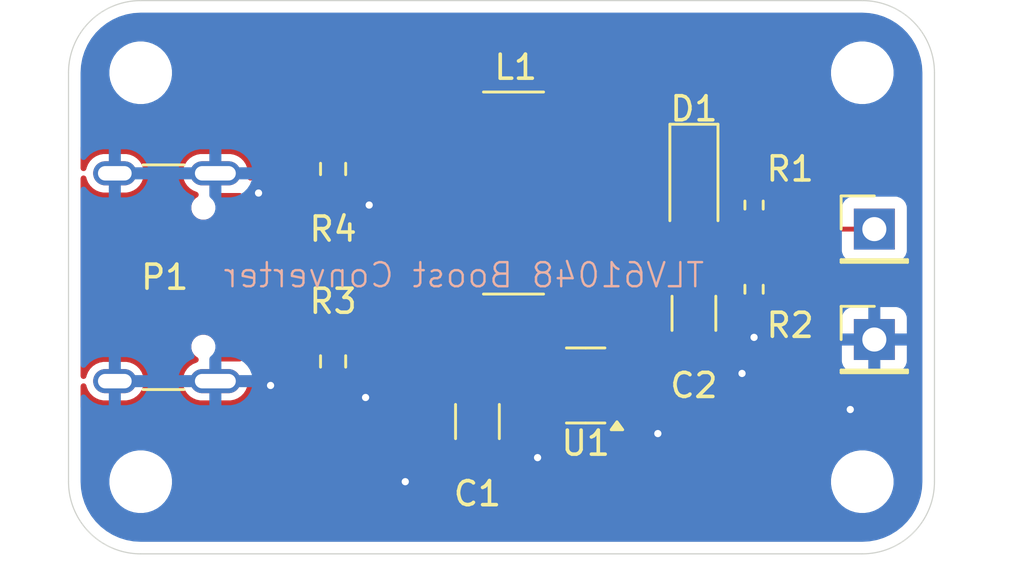
<source format=kicad_pcb>
(kicad_pcb (version 20241229) (generator "pcbnew") (generator_version "9.0")
  (layers (0 "F.Cu" signal) (2 "B.Cu" signal) (13 "F.Paste" user) (15 "B.Paste" user) (5 "F.SilkS" user "F.Silkscreen") (7 "B.SilkS" user "B.Silkscreen") (1 "F.Mask" user) (3 "B.Mask" user) (25 "Edge.Cuts" user))
  (net 0 "")
  (net 1 "/GND")
  (net 4 "/CC1")
  (net 5 "/CC2")
  (net 6 "/5V0")
  (net 7 "/SW")
  (net 8 "/FB")
  (net 9 "/12V0")
  (footprint "MountingHole:MountingHole_2.1mm" (layer "F.Cu") (at 153.5 79.5)
    (property "Reference" "H3" (hide yes))
    (property "Value" "MountingHole")
    (pad "" np_thru_hole circle (at 0 0) (size 2.1 2.1) (drill 2.1) (layers "*.Cu" "*.Mask"))
  )
  (footprint "Resistor_SMD:R_0402_1005Metric_Pad0.72x0.64mm_HandSolder" (layer "F.Cu") (at 149 88.5 90)
    (property "Reference" "R2" (at -1.5 1.5 180) (layer "F.SilkS"))
    (property "Value" "100k")
    (fp_line (start -0.167621 -0.38) (end 0.167621 -0.38) (stroke (width 0.12)) (layer "F.SilkS"))
    (fp_line (start -0.167621 0.38) (end 0.167621 0.38) (stroke (width 0.12)) (layer "F.SilkS"))
    (pad "1" smd roundrect (at -0.5975 0 90) (size 0.715 0.64) (layers "F.Cu" "F.Mask" "F.Paste") (net 1 "/GND"))
    (pad "2" smd roundrect (at 0.5975 0 90) (size 0.715 0.64) (layers "F.Cu" "F.Mask" "F.Paste") (net 8 "/FB"))
  )
  (footprint "Resistor_SMD:R_0603_1608Metric" (layer "F.Cu") (at 131.5 91.5 -90)
    (property "Reference" "R3" (at -2.5 0 180) (layer "F.SilkS"))
    (property "Value" "5.11k")
    (fp_line (start -0.237258 0.5225) (end 0.237258 0.5225) (stroke (width 0.12)) (layer "F.SilkS"))
    (fp_line (start -0.237258 -0.5225) (end 0.237258 -0.5225) (stroke (width 0.12)) (layer "F.SilkS"))
    (pad "1" smd roundrect (at -0.825 0 270) (size 0.8 0.95) (layers "F.Cu" "F.Mask" "F.Paste") (net 5 "/CC2"))
    (pad "2" smd roundrect (at 0.825 0 270) (size 0.8 0.95) (layers "F.Cu" "F.Mask" "F.Paste") (net 1 "/GND"))
  )
  (footprint "Resistor_SMD:R_0402_1005Metric_Pad0.72x0.64mm_HandSolder" (layer "F.Cu") (at 149 85 90)
    (property "Reference" "R1" (at 1.5 1.5 180) (layer "F.SilkS"))
    (property "Value" "1.4M")
    (fp_line (start -0.167621 -0.38) (end 0.167621 -0.38) (stroke (width 0.12)) (layer "F.SilkS"))
    (fp_line (start -0.167621 0.38) (end 0.167621 0.38) (stroke (width 0.12)) (layer "F.SilkS"))
    (pad "1" smd roundrect (at -0.5975 0 90) (size 0.715 0.64) (layers "F.Cu" "F.Mask" "F.Paste") (net 8 "/FB"))
    (pad "2" smd roundrect (at 0.5975 0 90) (size 0.715 0.64) (layers "F.Cu" "F.Mask" "F.Paste") (net 9 "/12V0"))
  )
  (footprint "Capacitor_SMD:C_1206_3216Metric" (layer "F.Cu") (at 137.5 94 -90)
    (property "Reference" "C1" (at 3 0 180) (layer "F.SilkS"))
    (property "Value" "1uF")
    (fp_line (start -0.711252 0.91) (end 0.711252 0.91) (stroke (width 0.12)) (layer "F.SilkS"))
    (fp_line (start -0.711252 -0.91) (end 0.711252 -0.91) (stroke (width 0.12)) (layer "F.SilkS"))
    (pad "1" smd roundrect (at -1.475 0 270) (size 1.15 1.8) (layers "F.Cu" "F.Mask" "F.Paste") (roundrect_rratio 0.217391) (net 6 "/5V0"))
    (pad "2" smd roundrect (at 1.475 0 270) (size 1.15 1.8) (layers "F.Cu" "F.Mask" "F.Paste") (roundrect_rratio 0.217391) (net 1 "/GND"))
  )
  (footprint "MountingHole:MountingHole_2.1mm" (layer "F.Cu") (at 123.5 96.5)
    (property "Reference" "H4" (hide yes))
    (property "Value" "MountingHole")
    (pad "" np_thru_hole circle (at 0 0) (size 2.1 2.1) (drill 2.1) (layers "*.Cu" "*.Mask"))
  )
  (footprint "Connector_PinHeader_2.54mm:PinHeader_1x01_P2.54mm_Vertical" (layer "F.Cu") (at 154 90.59)
    (property "Reference" "J2" (hide yes))
    (property "Value" "Conn_01x01_Pin")
    (fp_line (start -1.38 -1.38) (end 0 -1.38) (stroke (width 0.12)) (layer "F.SilkS"))
    (fp_line (start -1.38 0) (end -1.38 -1.38) (stroke (width 0.12)) (layer "F.SilkS"))
    (fp_line (start -1.38 1.27) (end -1.38 1.38) (stroke (width 0.12)) (layer "F.SilkS"))
    (fp_line (start -1.38 1.27) (end 1.38 1.27) (stroke (width 0.12)) (layer "F.SilkS"))
    (fp_line (start -1.38 1.38) (end 1.38 1.38) (stroke (width 0.12)) (layer "F.SilkS"))
    (fp_line (start 1.38 1.27) (end 1.38 1.38) (stroke (width 0.12)) (layer "F.SilkS"))
    (pad "1" thru_hole rect (at 0 0) (size 1.7 1.7) (drill 1) (layers "*.Cu" "*.Mask") (net 1 "/GND"))
  )
  (footprint "Connector_USB:USB_C_Receptacle_GCT_USB4105-xx-A_16P_TopMnt_Horizontal" (layer "F.Cu") (at 123.5 88 -90)
    (property "Reference" "P1" (at 0 -1 0) (layer "F.SilkS"))
    (property "Value" "USB_C_Plug_USB2.0")
    (fp_line (start -4.67 -0.1) (end -4.67 -1.8) (stroke (width 0.12)) (layer "F.SilkS"))
    (fp_line (start 4.67 -0.1) (end 4.67 -1.8) (stroke (width 0.12)) (layer "F.SilkS"))
    (pad "" np_thru_hole circle (at -2.89 -2.605 270) (size 0.5 0.5) (drill 0.5) (layers "*.Cu" "*.Mask"))
    (pad "" np_thru_hole circle (at 2.89 -2.605 270) (size 0.5 0.5) (drill 0.5) (layers "*.Cu" "*.Mask"))
    (pad "A1" smd roundrect (at -3.2 -3.68 270) (size 0.6 1.15) (layers "F.Cu" "F.Mask" "F.Paste") (net 1 "/GND"))
    (pad "A4" smd roundrect (at -2.4 -3.68 270) (size 0.6 1.15) (layers "F.Cu" "F.Mask" "F.Paste") (net 6 "/5V0"))
    (pad "A5" smd roundrect (at -1.25 -3.68 270) (size 0.3 1.15) (layers "F.Cu" "F.Mask" "F.Paste") (net 4 "/CC1"))
    (pad "A6" smd roundrect (at -0.25 -3.68 270) (size 0.3 1.15) (layers "F.Cu" "F.Mask" "F.Paste"))
    (pad "A7" smd roundrect (at 0.25 -3.68 270) (size 0.3 1.15) (layers "F.Cu" "F.Mask" "F.Paste"))
    (pad "A8" smd roundrect (at 1.25 -3.68 270) (size 0.3 1.15) (layers "F.Cu" "F.Mask" "F.Paste"))
    (pad "A9" smd roundrect (at 2.4 -3.68 270) (size 0.6 1.15) (layers "F.Cu" "F.Mask" "F.Paste") (net 6 "/5V0"))
    (pad "A12" smd roundrect (at 3.2 -3.68 270) (size 0.6 1.15) (layers "F.Cu" "F.Mask" "F.Paste") (net 1 "/GND"))
    (pad "B1" smd roundrect (at 3.2 -3.68 270) (size 0.6 1.15) (layers "F.Cu" "F.Mask" "F.Paste") (net 1 "/GND"))
    (pad "B4" smd roundrect (at 2.4 -3.68 270) (size 0.6 1.15) (layers "F.Cu" "F.Mask" "F.Paste") (net 6 "/5V0"))
    (pad "B5" smd roundrect (at 1.75 -3.68 270) (size 0.3 1.15) (layers "F.Cu" "F.Mask" "F.Paste") (net 5 "/CC2"))
    (pad "B6" smd roundrect (at 0.75 -3.68 270) (size 0.3 1.15) (layers "F.Cu" "F.Mask" "F.Paste"))
    (pad "B7" smd roundrect (at -0.75 -3.68 270) (size 0.3 1.15) (layers "F.Cu" "F.Mask" "F.Paste"))
    (pad "B8" smd roundrect (at -1.75 -3.68 270) (size 0.3 1.15) (layers "F.Cu" "F.Mask" "F.Paste"))
    (pad "B9" smd roundrect (at -2.4 -3.68 270) (size 0.6 1.15) (layers "F.Cu" "F.Mask" "F.Paste") (net 6 "/5V0"))
    (pad "B12" smd roundrect (at -3.2 -3.68 270) (size 0.6 1.15) (layers "F.Cu" "F.Mask" "F.Paste") (net 1 "/GND"))
    (pad "S1" thru_hole oval (at -4.32 -3.105 270) (size 1 2.1) (drill oval 0.6 1.7) (property pad_prop_heatsink) (layers "*.Cu" "*.Mask" "F.Paste") (net 1 "/GND"))
    (pad "S1" thru_hole oval (at -4.32 1.075 270) (size 1 1.8) (drill oval 0.6 1.4) (property pad_prop_heatsink) (layers "*.Cu" "*.Mask" "F.Paste") (net 1 "/GND"))
    (pad "S1" thru_hole oval (at 4.32 -3.105 270) (size 1 2.1) (drill oval 0.6 1.7) (property pad_prop_heatsink) (layers "*.Cu" "*.Mask" "F.Paste") (net 1 "/GND"))
    (pad "S1" thru_hole oval (at 4.32 1.075 270) (size 1 1.8) (drill oval 0.6 1.4) (property pad_prop_heatsink) (layers "*.Cu" "*.Mask" "F.Paste") (net 1 "/GND"))
  )
  (footprint "Package_TO_SOT_SMD:SOT-23-6" (layer "F.Cu") (at 142 92.5 180)
    (property "Reference" "U1" (at 0 -2.4 0) (layer "F.SilkS"))
    (property "Value" "~")
    (fp_line (start 0 1.56) (end 0.8 1.56) (stroke (width 0.12)) (layer "F.SilkS"))
    (fp_line (start 0 1.56) (end -0.8 1.56) (stroke (width 0.12)) (layer "F.SilkS"))
    (fp_line (start 0 -1.56) (end 0.8 -1.56) (stroke (width 0.12)) (layer "F.SilkS"))
    (fp_line (start 0 -1.56) (end -0.8 -1.56) (stroke (width 0.12)) (layer "F.SilkS"))
    (fp_poly (pts (xy -1.3 -1.51) (xy -1.54 -1.84) (xy -1.06 -1.84)) (stroke (width 0.12)) (fill yes) (layer "F.SilkS"))
    (pad "1" smd roundrect (at -1.1375 -0.95 180) (size 1.325 0.6) (layers "F.Cu" "F.Mask" "F.Paste") (net 7 "/SW"))
    (pad "2" smd roundrect (at -1.1375 0 180) (size 1.325 0.6) (layers "F.Cu" "F.Mask" "F.Paste") (net 1 "/GND"))
    (pad "3" smd roundrect (at -1.1375 0.95 180) (size 1.325 0.6) (layers "F.Cu" "F.Mask" "F.Paste") (net 8 "/FB"))
    (pad "4" smd roundrect (at 1.1375 0.95 180) (size 1.325 0.6) (layers "F.Cu" "F.Mask" "F.Paste") (net 6 "/5V0"))
    (pad "5" smd roundrect (at 1.1375 0 180) (size 1.325 0.6) (layers "F.Cu" "F.Mask" "F.Paste") (net 6 "/5V0"))
    (pad "6" smd roundrect (at 1.1375 -0.95 180) (size 1.325 0.6) (layers "F.Cu" "F.Mask" "F.Paste") (net 1 "/GND"))
  )
  (footprint "MountingHole:MountingHole_2.1mm" (layer "F.Cu") (at 123.5 79.5)
    (property "Reference" "H1" (hide yes))
    (property "Value" "MountingHole")
    (pad "" np_thru_hole circle (at 0 0) (size 2.1 2.1) (drill 2.1) (layers "*.Cu" "*.Mask"))
  )
  (footprint "Resistor_SMD:R_0603_1608Metric" (layer "F.Cu") (at 131.5 83.5 -90)
    (property "Reference" "R4" (at 2.5 0 180) (layer "F.SilkS"))
    (property "Value" "5.11k")
    (fp_line (start -0.237258 0.5225) (end 0.237258 0.5225) (stroke (width 0.12)) (layer "F.SilkS"))
    (fp_line (start -0.237258 -0.5225) (end 0.237258 -0.5225) (stroke (width 0.12)) (layer "F.SilkS"))
    (pad "1" smd roundrect (at -0.825 0 270) (size 0.8 0.95) (layers "F.Cu" "F.Mask" "F.Paste") (net 4 "/CC1"))
    (pad "2" smd roundrect (at 0.825 0 270) (size 0.8 0.95) (layers "F.Cu" "F.Mask" "F.Paste") (net 1 "/GND"))
  )
  (footprint "Inductor_SMD:L_Bourns-SRN8040_8x8.15mm" (layer "F.Cu") (at 139 84.5)
    (property "Reference" "L1" (at 0.09 -5.23 0) (layer "F.SilkS"))
    (property "Value" "10uH")
    (fp_line (start -1.25 4.2) (end 1.25 4.2) (stroke (width 0.12)) (layer "F.SilkS"))
    (fp_line (start 1.25 -4.2) (end -1.25 -4.2) (stroke (width 0.12)) (layer "F.SilkS"))
    (pad "1" smd rect (at -3.6195 0) (size 2.413 5.4) (layers "F.Cu" "F.Mask" "F.Paste") (net 6 "/5V0"))
    (pad "2" smd rect (at 3.6195 0) (size 2.413 5.4) (layers "F.Cu" "F.Mask" "F.Paste") (net 7 "/SW"))
  )
  (footprint "Connector_PinHeader_2.54mm:PinHeader_1x01_P2.54mm_Vertical" (layer "F.Cu") (at 154 86)
    (property "Reference" "J1" (hide yes))
    (property "Value" "Conn_01x01_Pin")
    (fp_line (start -1.38 -1.38) (end 0 -1.38) (stroke (width 0.12)) (layer "F.SilkS"))
    (fp_line (start -1.38 0) (end -1.38 -1.38) (stroke (width 0.12)) (layer "F.SilkS"))
    (fp_line (start -1.38 1.27) (end -1.38 1.38) (stroke (width 0.12)) (layer "F.SilkS"))
    (fp_line (start -1.38 1.27) (end 1.38 1.27) (stroke (width 0.12)) (layer "F.SilkS"))
    (fp_line (start -1.38 1.38) (end 1.38 1.38) (stroke (width 0.12)) (layer "F.SilkS"))
    (fp_line (start 1.38 1.27) (end 1.38 1.38) (stroke (width 0.12)) (layer "F.SilkS"))
    (pad "1" thru_hole rect (at 0 0) (size 1.7 1.7) (drill 1) (layers "*.Cu" "*.Mask") (net 9 "/12V0"))
  )
  (footprint "MountingHole:MountingHole_2.1mm" (layer "F.Cu") (at 153.5 96.5)
    (property "Reference" "H2" (hide yes))
    (property "Value" "MountingHole")
    (pad "" np_thru_hole circle (at 0 0) (size 2.1 2.1) (drill 2.1) (layers "*.Cu" "*.Mask"))
  )
  (footprint "Capacitor_SMD:C_1206_3216Metric" (layer "F.Cu") (at 146.5 89.5 -90)
    (property "Reference" "C2" (at 3 0 180) (layer "F.SilkS"))
    (property "Value" "10uF")
    (fp_line (start -0.711252 0.91) (end 0.711252 0.91) (stroke (width 0.12)) (layer "F.SilkS"))
    (fp_line (start -0.711252 -0.91) (end 0.711252 -0.91) (stroke (width 0.12)) (layer "F.SilkS"))
    (pad "1" smd roundrect (at -1.475 0 270) (size 1.15 1.8) (layers "F.Cu" "F.Mask" "F.Paste") (roundrect_rratio 0.217391) (net 9 "/12V0"))
    (pad "2" smd roundrect (at 1.475 0 270) (size 1.15 1.8) (layers "F.Cu" "F.Mask" "F.Paste") (roundrect_rratio 0.217391) (net 1 "/GND"))
  )
  (footprint "Diode_SMD:D_SOD-123" (layer "F.Cu") (at 146.5 84 -90)
    (property "Reference" "D1" (at -3 0 180) (layer "F.SilkS"))
    (property "Value" "D_Schottky")
    (fp_line (start -2.36 1) (end 1.65 1) (stroke (width 0.12)) (layer "F.SilkS"))
    (fp_line (start -2.36 -1) (end -2.36 1) (stroke (width 0.12)) (layer "F.SilkS"))
    (fp_line (start -2.36 -1) (end 1.65 -1) (stroke (width 0.12)) (layer "F.SilkS"))
    (pad "1" smd roundrect (at -1.65 0 270) (size 0.9 1.2) (layers "F.Cu" "F.Mask" "F.Paste") (net 9 "/12V0"))
    (pad "2" smd roundrect (at 1.65 0 270) (size 0.9 1.2) (layers "F.Cu" "F.Mask" "F.Paste") (net 7 "/SW"))
  )
  (gr_line (start 123.5 76.5) (end 153.5 76.5) (stroke (width 0.05)) (layer "Edge.Cuts"))
  (gr_arc (start 153.5 76.5) (mid 155.62132 77.37868) (end 156.5 79.5) (stroke (width 0.05)) (layer "Edge.Cuts"))
  (gr_line (start 153.5 99.5) (end 123.5 99.5) (stroke (width 0.05)) (layer "Edge.Cuts"))
  (gr_line (start 120.5 79.5) (end 120.5 96.5) (stroke (width 0.05)) (layer "Edge.Cuts"))
  (gr_arc (start 156.5 96.5) (mid 155.62132 98.62132) (end 153.5 99.5) (stroke (width 0.05)) (layer "Edge.Cuts"))
  (gr_arc (start 123.5 99.5) (mid 121.37868 98.62132) (end 120.5 96.5) (stroke (width 0.05)) (layer "Edge.Cuts"))
  (gr_line (start 156.5 79.5) (end 156.5 96.5) (stroke (width 0.05)) (layer "Edge.Cuts"))
  (gr_arc (start 120.5 79.5) (mid 121.37868 77.37868) (end 123.5 76.5) (stroke (width 0.05)) (layer "Edge.Cuts"))
  (gr_text "TLV61048 Boost Converter" (at 147 88.5 0) (layer "B.SilkS") (effects (font (size 1 1) (thickness 0.1)) (justify left bottom mirror)))
  (segment (start 127.18 84.8) (end 128.1 84.8) (width 0.2) (layer "F.Cu") (net 1))
  (segment (start 140 95.5) (end 140.5 95) (width 0.2) (layer "F.Cu") (net 1))
  (segment (start 154 92.5) (end 153 93.5) (width 0.2) (layer "F.Cu") (net 1))
  (segment (start 149 89.0975) (end 149 90.5) (width 0.2) (layer "F.Cu") (net 1))
  (segment (start 140.5 95) (end 140.5 93.8125) (width 0.2) (layer "F.Cu") (net 1))
  (segment (start 147.475 90.975) (end 148.5 92) (width 0.2) (layer "F.Cu") (net 1))
  (segment (start 140.5 93.8125) (end 140.8625 93.45) (width 0.2) (layer "F.Cu") (net 1))
  (segment (start 131.5 84.325) (end 132.325 84.325) (width 0.2) (layer "F.Cu") (net 1))
  (segment (start 146.5 90.975) (end 147.475 90.975) (width 0.2) (layer "F.Cu") (net 1))
  (segment (start 128.1 84.8) (end 128.4 84.5) (width 0.2) (layer "F.Cu") (net 1))
  (segment (start 127.6 91.2) (end 128.9 92.5) (width 0.2) (layer "F.Cu") (net 1))
  (segment (start 143.1375 92.5) (end 143.799999 92.5) (width 0.2) (layer "F.Cu") (net 1))
  (segment (start 137.5 95.475) (end 135.525 95.475) (width 0.2) (layer "F.Cu") (net 1))
  (segment (start 132.85 93) (end 132.175 92.325) (width 0.2) (layer "F.Cu") (net 1))
  (segment (start 143.799999 92.5) (end 145 93.700001) (width 0.2) (layer "F.Cu") (net 1))
  (segment (start 127.18 91.2) (end 127.6 91.2) (width 0.2) (layer "F.Cu") (net 1))
  (segment (start 132.175 92.325) (end 131.5 92.325) (width 0.2) (layer "F.Cu") (net 1))
  (segment (start 145 93.700001) (end 145 94.5) (width 0.2) (layer "F.Cu") (net 1))
  (segment (start 132.325 84.325) (end 133 85) (width 0.2) (layer "F.Cu") (net 1))
  (segment (start 135.525 95.475) (end 134.5 96.5) (width 0.2) (layer "F.Cu") (net 1))
  (segment (start 154 90.59) (end 154 92.5) (width 0.2) (layer "F.Cu") (net 1))
  (via (at 153 93.5) (size 0.6) (drill 0.3) (layers "F.Cu" "B.Cu") (net 1))
  (via (at 149 90.5) (size 0.6) (drill 0.3) (layers "F.Cu" "B.Cu") (net 1))
  (via (at 145 94.5) (size 0.6) (drill 0.3) (layers "F.Cu" "B.Cu") (net 1))
  (via (at 140 95.5) (size 0.6) (drill 0.3) (layers "F.Cu" "B.Cu") (net 1))
  (via (at 134.5 96.5) (size 0.6) (drill 0.3) (layers "F.Cu" "B.Cu") (net 1))
  (via (at 132.85 93) (size 0.6) (drill 0.3) (layers "F.Cu" "B.Cu") (net 1))
  (via (at 128.4 84.5) (size 0.6) (drill 0.3) (layers "F.Cu" "B.Cu") (net 1))
  (via (at 133 85) (size 0.6) (drill 0.3) (layers "F.Cu" "B.Cu") (net 1))
  (via (at 148.5 92) (size 0.6) (drill 0.3) (layers "F.Cu" "B.Cu") (net 1))
  (via (at 128.9 92.5) (size 0.6) (drill 0.3) (layers "F.Cu" "B.Cu") (net 1))
  (segment (start 126.605 83.68) (end 126.781 83.856) (width 0.2) (layer "B.Cu") (net 1))
  (segment (start 126.781 92.144) (end 126.605 92.32) (width 0.2) (layer "B.Cu") (net 1))
  (segment (start 129 84) (end 130.325 82.675) (width 0.2) (layer "F.Cu") (net 4))
  (segment (start 128.75 86.75) (end 129 86.5) (width 0.2) (layer "F.Cu") (net 4))
  (segment (start 129 86.5) (end 129 84) (width 0.2) (layer "F.Cu") (net 4))
  (segment (start 130.325 82.675) (end 131.5 82.675) (width 0.2) (layer "F.Cu") (net 4))
  (segment (start 127.18 86.75) (end 128.75 86.75) (width 0.2) (layer "F.Cu") (net 4))
  (segment (start 128.25 89.75) (end 129.175 90.675) (width 0.2) (layer "F.Cu") (net 5))
  (segment (start 129.175 90.675) (end 131.5 90.675) (width 0.2) (layer "F.Cu") (net 5))
  (segment (start 127.18 89.75) (end 128.25 89.75) (width 0.2) (layer "F.Cu") (net 5))
  (segment (start 135.3805 90.4055) (end 135.3805 86.5) (width 0.2) (layer "F.Cu") (net 6))
  (segment (start 130 94) (end 134 94) (width 0.2) (layer "F.Cu") (net 6))
  (segment (start 140.8625 92.5) (end 140.8625 91.55) (width 0.2) (layer "F.Cu") (net 6))
  (segment (start 134.5 93.5) (end 134.5 92) (width 0.2) (layer "F.Cu") (net 6))
  (segment (start 127.18 90.4) (end 126.721176 90.4) (width 0.2) (layer "F.Cu") (net 6))
  (segment (start 137.5 92.525) (end 136.2375 91.2625) (width 0.2) (layer "F.Cu") (net 6))
  (segment (start 136.2375 91.2625) (end 135.3805 90.4055) (width 0.2) (layer "F.Cu") (net 6))
  (segment (start 134 94) (end 134.5 93.5) (width 0.2) (layer "F.Cu") (net 6))
  (segment (start 135.2375 91.2625) (end 136.2375 91.2625) (width 0.2) (layer "F.Cu") (net 6))
  (segment (start 137.5 92.525) (end 137.525 92.55) (width 0.2) (layer "F.Cu") (net 6))
  (segment (start 127.9 90.4) (end 129.5 92) (width 0.2) (layer "F.Cu") (net 6))
  (segment (start 129.5 92) (end 129.5 93.5) (width 0.2) (layer "F.Cu") (net 6))
  (segment (start 134.5 92) (end 135.2375 91.2625) (width 0.2) (layer "F.Cu") (net 6))
  (segment (start 141.3625 92.55) (end 137.525 92.55) (width 0.2) (layer "F.Cu") (net 6))
  (segment (start 127.18 90.4) (end 127.9 90.4) (width 0.2) (layer "F.Cu") (net 6))
  (segment (start 129.5 93.5) (end 130 94) (width 0.2) (layer "F.Cu") (net 6))
  (segment (start 146.5 85.65) (end 145.35 85.65) (width 0.2) (layer "F.Cu") (net 7))
  (segment (start 142 86.5) (end 142 93.166968) (width 0.2) (layer "F.Cu") (net 7))
  (segment (start 145.35 85.65) (end 144.5 86.5) (width 0.2) (layer "F.Cu") (net 7))
  (segment (start 142 93.166968) (end 142.283032 93.45) (width 0.2) (layer "F.Cu") (net 7))
  (segment (start 144.5 86.5) (end 142 86.5) (width 0.2) (layer "F.Cu") (net 7))
  (segment (start 142.283032 93.45) (end 143.1375 93.45) (width 0.2) (layer "F.Cu") (net 7))
  (segment (start 146.5 94) (end 144.05 91.55) (width 0.2) (layer "F.Cu") (net 8))
  (segment (start 148.5 94) (end 146.5 94) (width 0.2) (layer "F.Cu") (net 8))
  (segment (start 150.5 87) (end 150.5 92) (width 0.2) (layer "F.Cu") (net 8))
  (segment (start 149 87) (end 150.5 87) (width 0.2) (layer "F.Cu") (net 8))
  (segment (start 144.05 91.55) (end 143.1375 91.55) (width 0.2) (layer "F.Cu") (net 8))
  (segment (start 149 87) (end 149 85.5975) (width 0.2) (layer "F.Cu") (net 8))
  (segment (start 149 87.9025) (end 149 87) (width 0.2) (layer "F.Cu") (net 8))
  (segment (start 150.5 92) (end 148.5 94) (width 0.2) (layer "F.Cu") (net 8))
  (segment (start 150.5975 86) (end 149 84.4025) (width 0.2) (layer "F.Cu") (net 9))
  (segment (start 148.5975 84.4025) (end 149 84.4025) (width 0.2) (layer "F.Cu") (net 9))
  (segment (start 146.5 88.025) (end 146.5 87.5) (width 0.2) (layer "F.Cu") (net 9))
  (segment (start 147 87) (end 148 87) (width 0.2) (layer "F.Cu") (net 9))
  (segment (start 148 87) (end 148 85) (width 0.2) (layer "F.Cu") (net 9))
  (segment (start 147.85 82.35) (end 149 83.5) (width 0.2) (layer "F.Cu") (net 9))
  (segment (start 146.5 82.35) (end 147.85 82.35) (width 0.2) (layer "F.Cu") (net 9))
  (segment (start 146.5 87.5) (end 147 87) (width 0.2) (layer "F.Cu") (net 9))
  (segment (start 154 86) (end 150.5975 86) (width 0.2) (layer "F.Cu") (net 9))
  (segment (start 149 83.5) (end 149 84.4025) (width 0.2) (layer "F.Cu") (net 9))
  (segment (start 148 85) (end 148.5975 84.4025) (width 0.2) (layer "F.Cu") (net 9))
  (zone (net 6) (net_name "/5V0") (layer "F.Cu") (priority 1) (connect_pads yes (clearance 0.3)) (min_thickness 0.25) (fill yes (thermal_gap 0.5) (thermal_bridge_width 0.5))
    (polygon (pts (xy 136.5 93) (xy 141.5 93) (xy 142 92.5) (xy 142 90.5) (xy 141.5 90) (xy 139 90) (xy 138 89) (xy 138 82.5) (xy 137 81.5) (xy 127.5 81.5) (xy 126.5 82.5) (xy 125.5 82.5) (xy 121 82.5) (xy 121 93.5) (xy 128.5 93.5) (xy 128.5 90) (xy 126 90) (xy 126 86) (xy 129.5 86) (xy 132.5 86) (xy 133 86.5) (xy 133 87.5) (xy 133.5 88) (xy 135.5 88) (xy 136 88.5) (xy 136 92.5)))
  )
  (zone (net 1) (net_name "/GND") (layer "B.Cu") (connect_pads (clearance 0.5)) (min_thickness 0.25) (fill yes (thermal_gap 0.5) (thermal_bridge_width 0.5))
    (polygon (pts (xy 120.5 76.5) (xy 156.5 76.5) (xy 156.5 99.5) (xy 120.5 99.5)))
  )
)
</source>
